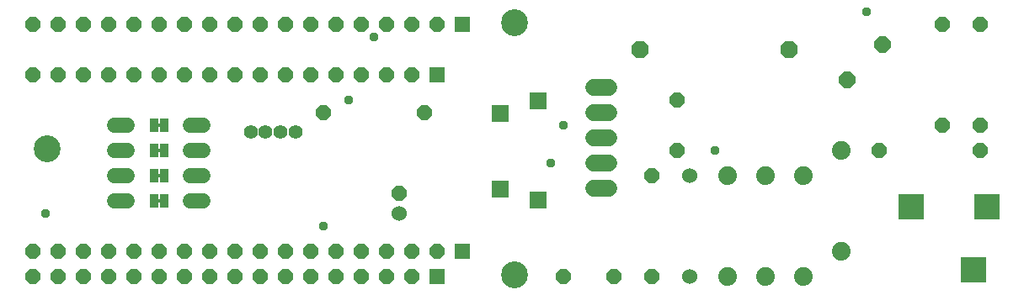
<source format=gbr>
G04 EAGLE Gerber RS-274X export*
G75*
%MOMM*%
%FSLAX34Y34*%
%LPD*%
%INSoldermask Bottom*%
%IPPOS*%
%AMOC8*
5,1,8,0,0,1.08239X$1,22.5*%
G01*
%ADD10C,2.703200*%
%ADD11P,1.649562X8X112.500000*%
%ADD12C,1.524000*%
%ADD13P,1.869504X8X202.500000*%
%ADD14P,1.649562X8X292.500000*%
%ADD15C,1.879600*%
%ADD16P,1.649562X8X22.500000*%
%ADD17P,1.649562X8X202.500000*%
%ADD18R,1.711200X1.711200*%
%ADD19C,1.411200*%
%ADD20C,1.524000*%
%ADD21R,2.603200X2.603200*%
%ADD22P,1.635708X8X202.500000*%
%ADD23R,1.511200X1.511200*%
%ADD24P,1.743947X8X247.500000*%
%ADD25C,1.727200*%
%ADD26R,0.838200X1.473200*%
%ADD27C,0.959600*%

G36*
X154370Y201307D02*
X154370Y201307D01*
X154436Y201309D01*
X154479Y201327D01*
X154526Y201335D01*
X154583Y201369D01*
X154643Y201394D01*
X154678Y201425D01*
X154719Y201450D01*
X154761Y201501D01*
X154809Y201545D01*
X154831Y201587D01*
X154860Y201624D01*
X154881Y201686D01*
X154912Y201745D01*
X154920Y201799D01*
X154932Y201836D01*
X154931Y201876D01*
X154939Y201930D01*
X154939Y204470D01*
X154928Y204535D01*
X154926Y204601D01*
X154908Y204644D01*
X154900Y204691D01*
X154866Y204748D01*
X154841Y204808D01*
X154810Y204843D01*
X154785Y204884D01*
X154734Y204926D01*
X154690Y204974D01*
X154648Y204996D01*
X154611Y205025D01*
X154549Y205046D01*
X154490Y205077D01*
X154436Y205085D01*
X154399Y205097D01*
X154359Y205096D01*
X154305Y205104D01*
X150495Y205104D01*
X150430Y205093D01*
X150364Y205091D01*
X150321Y205073D01*
X150274Y205065D01*
X150217Y205031D01*
X150157Y205006D01*
X150122Y204975D01*
X150081Y204950D01*
X150040Y204899D01*
X149991Y204855D01*
X149969Y204813D01*
X149940Y204776D01*
X149919Y204714D01*
X149888Y204655D01*
X149880Y204601D01*
X149868Y204564D01*
X149868Y204561D01*
X149869Y204524D01*
X149861Y204470D01*
X149861Y201930D01*
X149872Y201865D01*
X149874Y201799D01*
X149892Y201756D01*
X149900Y201709D01*
X149934Y201652D01*
X149959Y201592D01*
X149990Y201557D01*
X150015Y201516D01*
X150066Y201475D01*
X150110Y201426D01*
X150152Y201404D01*
X150189Y201375D01*
X150251Y201354D01*
X150310Y201323D01*
X150364Y201315D01*
X150401Y201303D01*
X150441Y201304D01*
X150495Y201296D01*
X154305Y201296D01*
X154370Y201307D01*
G37*
G36*
X154370Y175907D02*
X154370Y175907D01*
X154436Y175909D01*
X154479Y175927D01*
X154526Y175935D01*
X154583Y175969D01*
X154643Y175994D01*
X154678Y176025D01*
X154719Y176050D01*
X154761Y176101D01*
X154809Y176145D01*
X154831Y176187D01*
X154860Y176224D01*
X154881Y176286D01*
X154912Y176345D01*
X154920Y176399D01*
X154932Y176436D01*
X154931Y176476D01*
X154939Y176530D01*
X154939Y179070D01*
X154928Y179135D01*
X154926Y179201D01*
X154908Y179244D01*
X154900Y179291D01*
X154866Y179348D01*
X154841Y179408D01*
X154810Y179443D01*
X154785Y179484D01*
X154734Y179526D01*
X154690Y179574D01*
X154648Y179596D01*
X154611Y179625D01*
X154549Y179646D01*
X154490Y179677D01*
X154436Y179685D01*
X154399Y179697D01*
X154359Y179696D01*
X154305Y179704D01*
X150495Y179704D01*
X150430Y179693D01*
X150364Y179691D01*
X150321Y179673D01*
X150274Y179665D01*
X150217Y179631D01*
X150157Y179606D01*
X150122Y179575D01*
X150081Y179550D01*
X150040Y179499D01*
X149991Y179455D01*
X149969Y179413D01*
X149940Y179376D01*
X149919Y179314D01*
X149888Y179255D01*
X149880Y179201D01*
X149868Y179164D01*
X149868Y179161D01*
X149869Y179124D01*
X149861Y179070D01*
X149861Y176530D01*
X149872Y176465D01*
X149874Y176399D01*
X149892Y176356D01*
X149900Y176309D01*
X149934Y176252D01*
X149959Y176192D01*
X149990Y176157D01*
X150015Y176116D01*
X150066Y176075D01*
X150110Y176026D01*
X150152Y176004D01*
X150189Y175975D01*
X150251Y175954D01*
X150310Y175923D01*
X150364Y175915D01*
X150401Y175903D01*
X150441Y175904D01*
X150495Y175896D01*
X154305Y175896D01*
X154370Y175907D01*
G37*
G36*
X154370Y150507D02*
X154370Y150507D01*
X154436Y150509D01*
X154479Y150527D01*
X154526Y150535D01*
X154583Y150569D01*
X154643Y150594D01*
X154678Y150625D01*
X154719Y150650D01*
X154761Y150701D01*
X154809Y150745D01*
X154831Y150787D01*
X154860Y150824D01*
X154881Y150886D01*
X154912Y150945D01*
X154920Y150999D01*
X154932Y151036D01*
X154931Y151076D01*
X154939Y151130D01*
X154939Y153670D01*
X154928Y153735D01*
X154926Y153801D01*
X154908Y153844D01*
X154900Y153891D01*
X154866Y153948D01*
X154841Y154008D01*
X154810Y154043D01*
X154785Y154084D01*
X154734Y154126D01*
X154690Y154174D01*
X154648Y154196D01*
X154611Y154225D01*
X154549Y154246D01*
X154490Y154277D01*
X154436Y154285D01*
X154399Y154297D01*
X154359Y154296D01*
X154305Y154304D01*
X150495Y154304D01*
X150430Y154293D01*
X150364Y154291D01*
X150321Y154273D01*
X150274Y154265D01*
X150217Y154231D01*
X150157Y154206D01*
X150122Y154175D01*
X150081Y154150D01*
X150040Y154099D01*
X149991Y154055D01*
X149969Y154013D01*
X149940Y153976D01*
X149919Y153914D01*
X149888Y153855D01*
X149880Y153801D01*
X149868Y153764D01*
X149868Y153761D01*
X149869Y153724D01*
X149861Y153670D01*
X149861Y151130D01*
X149872Y151065D01*
X149874Y150999D01*
X149892Y150956D01*
X149900Y150909D01*
X149934Y150852D01*
X149959Y150792D01*
X149990Y150757D01*
X150015Y150716D01*
X150066Y150675D01*
X150110Y150626D01*
X150152Y150604D01*
X150189Y150575D01*
X150251Y150554D01*
X150310Y150523D01*
X150364Y150515D01*
X150401Y150503D01*
X150441Y150504D01*
X150495Y150496D01*
X154305Y150496D01*
X154370Y150507D01*
G37*
G36*
X154370Y125107D02*
X154370Y125107D01*
X154436Y125109D01*
X154479Y125127D01*
X154526Y125135D01*
X154583Y125169D01*
X154643Y125194D01*
X154678Y125225D01*
X154719Y125250D01*
X154761Y125301D01*
X154809Y125345D01*
X154831Y125387D01*
X154860Y125424D01*
X154881Y125486D01*
X154912Y125545D01*
X154920Y125599D01*
X154932Y125636D01*
X154931Y125676D01*
X154939Y125730D01*
X154939Y128270D01*
X154928Y128335D01*
X154926Y128401D01*
X154908Y128444D01*
X154900Y128491D01*
X154866Y128548D01*
X154841Y128608D01*
X154810Y128643D01*
X154785Y128684D01*
X154734Y128726D01*
X154690Y128774D01*
X154648Y128796D01*
X154611Y128825D01*
X154549Y128846D01*
X154490Y128877D01*
X154436Y128885D01*
X154399Y128897D01*
X154359Y128896D01*
X154305Y128904D01*
X150495Y128904D01*
X150430Y128893D01*
X150364Y128891D01*
X150321Y128873D01*
X150274Y128865D01*
X150217Y128831D01*
X150157Y128806D01*
X150122Y128775D01*
X150081Y128750D01*
X150040Y128699D01*
X149991Y128655D01*
X149969Y128613D01*
X149940Y128576D01*
X149919Y128514D01*
X149888Y128455D01*
X149880Y128401D01*
X149868Y128364D01*
X149868Y128361D01*
X149869Y128324D01*
X149861Y128270D01*
X149861Y125730D01*
X149872Y125665D01*
X149874Y125599D01*
X149892Y125556D01*
X149900Y125509D01*
X149934Y125452D01*
X149959Y125392D01*
X149990Y125357D01*
X150015Y125316D01*
X150066Y125275D01*
X150110Y125226D01*
X150152Y125204D01*
X150189Y125175D01*
X150251Y125154D01*
X150310Y125123D01*
X150364Y125115D01*
X150401Y125103D01*
X150441Y125104D01*
X150495Y125096D01*
X154305Y125096D01*
X154370Y125107D01*
G37*
D10*
X39730Y179620D03*
X509630Y306620D03*
X509630Y52620D03*
D11*
X393700Y134620D03*
D12*
X393700Y114300D03*
D13*
X786130Y279400D03*
X636270Y279400D03*
D14*
X673100Y228600D03*
X673100Y177800D03*
D15*
X762000Y152400D03*
X762000Y50800D03*
X723900Y50800D03*
X723900Y152400D03*
X800100Y152400D03*
X800100Y50800D03*
D14*
X939800Y304800D03*
X939800Y203200D03*
D11*
X977900Y203200D03*
X977900Y304800D03*
D16*
X876300Y177800D03*
X977900Y177800D03*
D17*
X609600Y50800D03*
X558800Y50800D03*
D18*
X495300Y138430D03*
X495300Y214630D03*
D19*
X289800Y195900D03*
X274800Y195900D03*
X259800Y195900D03*
X244800Y195900D03*
D20*
X120904Y203200D02*
X107696Y203200D01*
X107696Y177800D02*
X120904Y177800D01*
X120904Y152400D02*
X107696Y152400D01*
X107696Y127000D02*
X120904Y127000D01*
X183896Y127000D02*
X197104Y127000D01*
X197104Y152400D02*
X183896Y152400D01*
X183896Y177800D02*
X197104Y177800D01*
X197104Y203200D02*
X183896Y203200D01*
D21*
X971550Y57150D03*
D18*
X533400Y127800D03*
X533400Y227800D03*
D15*
X838200Y76200D03*
X838200Y177800D03*
D22*
X406400Y254160D03*
X381000Y254160D03*
X355600Y254160D03*
X330200Y254160D03*
X304800Y254160D03*
X279400Y254160D03*
X254000Y254160D03*
X228600Y254160D03*
X203200Y254160D03*
X177800Y254160D03*
X152400Y254160D03*
X127000Y254160D03*
X101600Y254160D03*
X76200Y254160D03*
X50800Y254160D03*
X25400Y254160D03*
X25400Y50960D03*
X50800Y50960D03*
X76200Y50960D03*
X101600Y50960D03*
X127000Y50960D03*
X152400Y50960D03*
X177800Y50960D03*
X203200Y50960D03*
X228600Y50960D03*
X254000Y50960D03*
X279400Y50960D03*
X304800Y50960D03*
X330200Y50960D03*
X355600Y50960D03*
X381000Y50960D03*
X406400Y50960D03*
D23*
X431800Y254160D03*
X431800Y50960D03*
D12*
X685800Y152400D03*
X685800Y50800D03*
D17*
X419100Y215900D03*
X317500Y215900D03*
D11*
X647700Y50800D03*
X647700Y152400D03*
D23*
X457200Y304800D03*
D22*
X431800Y304800D03*
X406400Y304800D03*
X381000Y304800D03*
X355600Y304800D03*
X330200Y304800D03*
X304800Y304800D03*
X279400Y304800D03*
X254000Y304800D03*
X228600Y304800D03*
X203200Y304800D03*
X177800Y304800D03*
X152400Y304800D03*
X127000Y304800D03*
X101600Y304800D03*
X76200Y304800D03*
X50800Y304800D03*
X25400Y304800D03*
X25400Y76200D03*
X50800Y76200D03*
X76200Y76200D03*
X101600Y76200D03*
X127000Y76200D03*
X152400Y76200D03*
X177800Y76200D03*
X203200Y76200D03*
X228600Y76200D03*
X254000Y76200D03*
X279400Y76200D03*
X304800Y76200D03*
X330200Y76200D03*
X355600Y76200D03*
X381000Y76200D03*
X406400Y76200D03*
X431800Y76200D03*
D23*
X457200Y76200D03*
D24*
X880291Y284661D03*
X844369Y248739D03*
D25*
X604520Y241300D02*
X589280Y241300D01*
X589280Y215900D02*
X604520Y215900D01*
X604520Y190500D02*
X589280Y190500D01*
X589280Y165100D02*
X604520Y165100D01*
X604520Y139700D02*
X589280Y139700D01*
D21*
X908700Y120650D03*
X984900Y120650D03*
D26*
X157480Y127000D03*
X147320Y127000D03*
X157480Y152400D03*
X147320Y152400D03*
X157480Y177800D03*
X147320Y177800D03*
X157480Y203200D03*
X147320Y203200D03*
D27*
X317500Y101600D03*
X342900Y228600D03*
X546100Y165100D03*
X863600Y317500D03*
X38100Y114300D03*
X558800Y203200D03*
X368300Y292100D03*
X711200Y177800D03*
M02*

</source>
